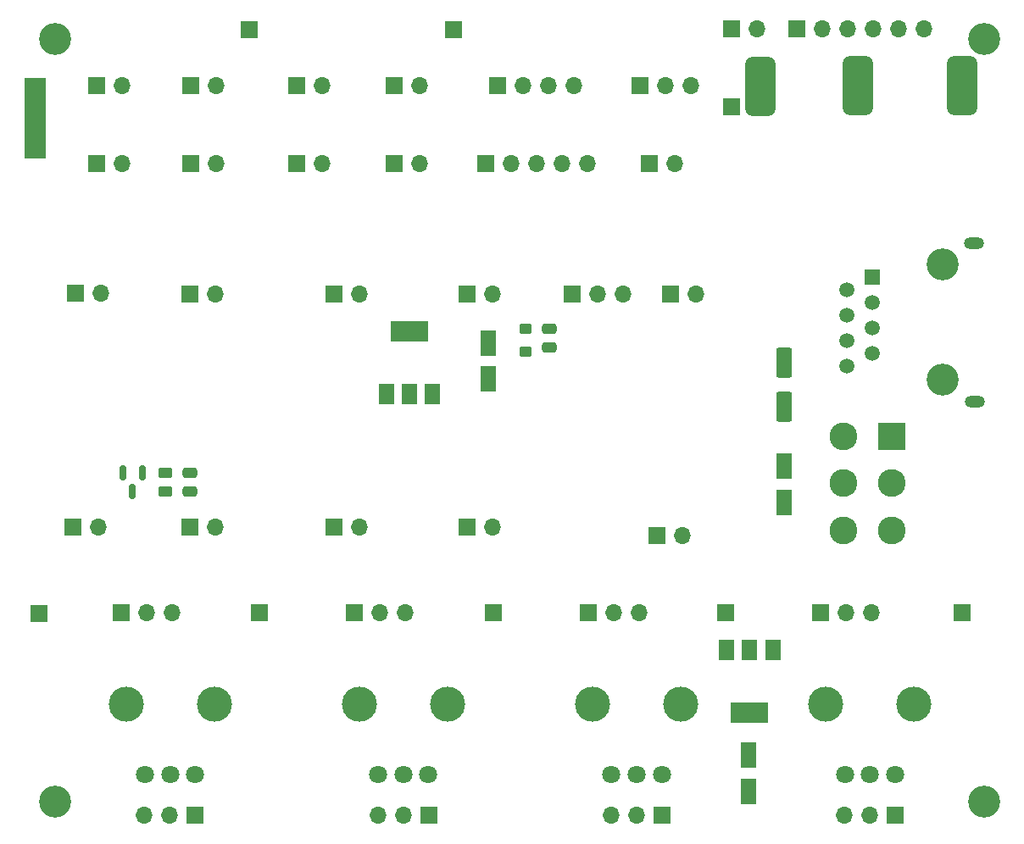
<source format=gbr>
%TF.GenerationSoftware,KiCad,Pcbnew,7.0.1*%
%TF.CreationDate,2023-03-30T14:31:40+01:00*%
%TF.ProjectId,DevBoard,44657642-6f61-4726-942e-6b696361645f,rev?*%
%TF.SameCoordinates,Original*%
%TF.FileFunction,Soldermask,Bot*%
%TF.FilePolarity,Negative*%
%FSLAX46Y46*%
G04 Gerber Fmt 4.6, Leading zero omitted, Abs format (unit mm)*
G04 Created by KiCad (PCBNEW 7.0.1) date 2023-03-30 14:31:40*
%MOMM*%
%LPD*%
G01*
G04 APERTURE LIST*
G04 Aperture macros list*
%AMRoundRect*
0 Rectangle with rounded corners*
0 $1 Rounding radius*
0 $2 $3 $4 $5 $6 $7 $8 $9 X,Y pos of 4 corners*
0 Add a 4 corners polygon primitive as box body*
4,1,4,$2,$3,$4,$5,$6,$7,$8,$9,$2,$3,0*
0 Add four circle primitives for the rounded corners*
1,1,$1+$1,$2,$3*
1,1,$1+$1,$4,$5*
1,1,$1+$1,$6,$7*
1,1,$1+$1,$8,$9*
0 Add four rect primitives between the rounded corners*
20,1,$1+$1,$2,$3,$4,$5,0*
20,1,$1+$1,$4,$5,$6,$7,0*
20,1,$1+$1,$6,$7,$8,$9,0*
20,1,$1+$1,$8,$9,$2,$3,0*%
G04 Aperture macros list end*
%ADD10C,0.100000*%
%ADD11C,3.200000*%
%ADD12R,1.700000X1.700000*%
%ADD13O,1.700000X1.700000*%
%ADD14RoundRect,0.750000X-0.750000X-2.250000X0.750000X-2.250000X0.750000X2.250000X-0.750000X2.250000X0*%
%ADD15R,2.775000X2.775000*%
%ADD16C,2.775000*%
%ADD17C,3.500000*%
%ADD18C,1.800000*%
%ADD19RoundRect,0.250000X0.550000X-1.250000X0.550000X1.250000X-0.550000X1.250000X-0.550000X-1.250000X0*%
%ADD20RoundRect,0.250000X0.550000X-1.050000X0.550000X1.050000X-0.550000X1.050000X-0.550000X-1.050000X0*%
%ADD21RoundRect,0.250000X-0.550000X1.050000X-0.550000X-1.050000X0.550000X-1.050000X0.550000X1.050000X0*%
%ADD22RoundRect,0.250000X-0.475000X0.250000X-0.475000X-0.250000X0.475000X-0.250000X0.475000X0.250000X0*%
%ADD23RoundRect,0.150000X-0.150000X0.587500X-0.150000X-0.587500X0.150000X-0.587500X0.150000X0.587500X0*%
%ADD24R,1.500000X2.000000*%
%ADD25R,3.800000X2.000000*%
%ADD26RoundRect,0.250000X0.350000X-0.275000X0.350000X0.275000X-0.350000X0.275000X-0.350000X-0.275000X0*%
%ADD27O,2.000000X1.200000*%
%ADD28R,1.500000X1.500000*%
%ADD29C,1.500000*%
%ADD30RoundRect,0.250000X0.475000X-0.250000X0.475000X0.250000X-0.475000X0.250000X-0.475000X-0.250000X0*%
%ADD31RoundRect,0.250000X-0.450000X0.262500X-0.450000X-0.262500X0.450000X-0.262500X0.450000X0.262500X0*%
G04 APERTURE END LIST*
%TO.C,FID1*%
D10*
X52600000Y-82100000D02*
X50600000Y-82100000D01*
X50600000Y-74100000D01*
X52600000Y-74100000D01*
X52600000Y-82100000D01*
G36*
X52600000Y-82100000D02*
G01*
X50600000Y-82100000D01*
X50600000Y-74100000D01*
X52600000Y-74100000D01*
X52600000Y-82100000D01*
G37*
%TD*%
D11*
%TO.C,H1*%
X53600000Y-70200000D03*
%TD*%
%TO.C,H3*%
X53600000Y-146400000D03*
%TD*%
D12*
%TO.C,J41*%
X52000000Y-127600000D03*
%TD*%
%TO.C,J49*%
X67200000Y-82700000D03*
D13*
X69740000Y-82700000D03*
%TD*%
D11*
%TO.C,H4*%
X146400000Y-146400000D03*
%TD*%
D12*
%TO.C,J3*%
X87500000Y-74900000D03*
D13*
X90040000Y-74900000D03*
%TD*%
D14*
%TO.C,U7*%
X124100000Y-74975000D03*
X133800000Y-74875000D03*
X144200000Y-74875000D03*
%TD*%
D12*
%TO.C,J21*%
X113700000Y-119860000D03*
D13*
X116240000Y-119860000D03*
%TD*%
D12*
%TO.C,J47*%
X144200000Y-127550000D03*
%TD*%
%TO.C,J17*%
X137560000Y-147799665D03*
D13*
X135020000Y-147799665D03*
X132480000Y-147799665D03*
%TD*%
D12*
%TO.C,J15*%
X114260000Y-147799665D03*
D13*
X111720000Y-147799665D03*
X109180000Y-147799665D03*
%TD*%
D12*
%TO.C,J4*%
X94792500Y-95700000D03*
D13*
X97332500Y-95700000D03*
%TD*%
D12*
%TO.C,J26*%
X112000000Y-74900000D03*
D13*
X114540000Y-74900000D03*
X117080000Y-74900000D03*
%TD*%
%TO.C,J25*%
X106760000Y-82700000D03*
X104220000Y-82700000D03*
X101680000Y-82700000D03*
X99140000Y-82700000D03*
D12*
X96600000Y-82700000D03*
%TD*%
D15*
%TO.C,SW2*%
X137215000Y-109900000D03*
D16*
X137215000Y-114600000D03*
X137215000Y-119300000D03*
X132385000Y-109900000D03*
X132385000Y-114600000D03*
X132385000Y-119300000D03*
%TD*%
D12*
%TO.C,J2*%
X81492500Y-95700000D03*
D13*
X84032500Y-95700000D03*
%TD*%
D17*
%TO.C,RV3*%
X107300000Y-136700000D03*
X116100000Y-136700000D03*
D18*
X114200000Y-143700000D03*
X111700000Y-143700000D03*
X109200000Y-143700000D03*
%TD*%
D12*
%TO.C,J50*%
X55667500Y-95600000D03*
D13*
X58207500Y-95600000D03*
%TD*%
D17*
%TO.C,RV2*%
X84000000Y-136700000D03*
X92800000Y-136700000D03*
D18*
X90900000Y-143700000D03*
X88400000Y-143700000D03*
X85900000Y-143700000D03*
%TD*%
D12*
%TO.C,J10*%
X67625000Y-147750000D03*
D13*
X65085000Y-147750000D03*
X62545000Y-147750000D03*
%TD*%
D12*
%TO.C,J18*%
X105255000Y-95735000D03*
D13*
X107795000Y-95735000D03*
X110335000Y-95735000D03*
%TD*%
D12*
%TO.C,J12*%
X83530000Y-127550000D03*
D13*
X86070000Y-127550000D03*
X88610000Y-127550000D03*
%TD*%
D12*
%TO.C,J8*%
X87500000Y-82700000D03*
D13*
X90040000Y-82700000D03*
%TD*%
D12*
%TO.C,J14*%
X106865000Y-127550000D03*
D13*
X109405000Y-127550000D03*
X111945000Y-127550000D03*
%TD*%
D12*
%TO.C,J19*%
X115100000Y-95700000D03*
D13*
X117640000Y-95700000D03*
%TD*%
D12*
%TO.C,J39*%
X93400000Y-69300000D03*
%TD*%
%TO.C,J20*%
X113000000Y-82700000D03*
D13*
X115540000Y-82700000D03*
%TD*%
D17*
%TO.C,RV4*%
X130600000Y-136700000D03*
X139400000Y-136700000D03*
D18*
X137500000Y-143700000D03*
X135000000Y-143700000D03*
X132500000Y-143700000D03*
%TD*%
D12*
%TO.C,J35*%
X127700000Y-69200000D03*
D13*
X130240000Y-69200000D03*
X132780000Y-69200000D03*
X135320000Y-69200000D03*
X137860000Y-69200000D03*
X140400000Y-69200000D03*
%TD*%
D12*
%TO.C,J33*%
X67100000Y-119000000D03*
D13*
X69640000Y-119000000D03*
%TD*%
D11*
%TO.C,H2*%
X146400000Y-70200000D03*
%TD*%
D12*
%TO.C,J32*%
X67092500Y-95700000D03*
D13*
X69632500Y-95700000D03*
%TD*%
D12*
%TO.C,J52*%
X97800000Y-74900000D03*
D13*
X100340000Y-74900000D03*
X102880000Y-74900000D03*
X105420000Y-74900000D03*
%TD*%
D12*
%TO.C,J51*%
X67200000Y-74900000D03*
D13*
X69740000Y-74900000D03*
%TD*%
D12*
%TO.C,J45*%
X97400000Y-127550000D03*
%TD*%
%TO.C,J46*%
X120600000Y-127550000D03*
%TD*%
%TO.C,J30*%
X57800000Y-82700000D03*
D13*
X60340000Y-82700000D03*
%TD*%
D12*
%TO.C,J6*%
X77775000Y-82700000D03*
D13*
X80315000Y-82700000D03*
%TD*%
D12*
%TO.C,J40*%
X121200000Y-69200000D03*
D13*
X123740000Y-69200000D03*
%TD*%
D12*
%TO.C,J1*%
X77750000Y-74900000D03*
D13*
X80290000Y-74900000D03*
%TD*%
D12*
%TO.C,J23*%
X73000000Y-69300000D03*
%TD*%
%TO.C,J7*%
X94800000Y-119000000D03*
D13*
X97340000Y-119000000D03*
%TD*%
D12*
%TO.C,J44*%
X74000000Y-127550000D03*
%TD*%
D17*
%TO.C,RV1*%
X60700000Y-136700000D03*
X69500000Y-136700000D03*
D18*
X67600000Y-143700000D03*
X65100000Y-143700000D03*
X62600000Y-143700000D03*
%TD*%
D12*
%TO.C,J16*%
X130100000Y-127550000D03*
D13*
X132640000Y-127550000D03*
X135180000Y-127550000D03*
%TD*%
D12*
%TO.C,J31*%
X57800000Y-74900000D03*
D13*
X60340000Y-74900000D03*
%TD*%
D12*
%TO.C,J5*%
X81500000Y-119000000D03*
D13*
X84040000Y-119000000D03*
%TD*%
D12*
%TO.C,J9*%
X60230000Y-127550000D03*
D13*
X62770000Y-127550000D03*
X65310000Y-127550000D03*
%TD*%
D12*
%TO.C,J48*%
X55400000Y-119000000D03*
D13*
X57940000Y-119000000D03*
%TD*%
D12*
%TO.C,J13*%
X90925000Y-147800000D03*
D13*
X88385000Y-147800000D03*
X85845000Y-147800000D03*
%TD*%
D12*
%TO.C,J22*%
X121200000Y-77000000D03*
%TD*%
D19*
%TO.C,C30*%
X126400000Y-107000000D03*
X126400000Y-102600000D03*
%TD*%
D20*
%TO.C,C31*%
X126400000Y-116500000D03*
X126400000Y-112900000D03*
%TD*%
D21*
%TO.C,C11*%
X96900000Y-100600000D03*
X96900000Y-104200000D03*
%TD*%
D22*
%TO.C,C13*%
X103000000Y-99150000D03*
X103000000Y-101050000D03*
%TD*%
D23*
%TO.C,U5*%
X60400000Y-113562500D03*
X62300000Y-113562500D03*
X61350000Y-115437500D03*
%TD*%
D21*
%TO.C,C12*%
X122900000Y-141800000D03*
X122900000Y-145400000D03*
%TD*%
D24*
%TO.C,U4*%
X120700000Y-131250000D03*
X123000000Y-131250000D03*
D25*
X123000000Y-137550000D03*
D24*
X125300000Y-131250000D03*
%TD*%
D26*
%TO.C,L1*%
X100600000Y-101450000D03*
X100600000Y-99150000D03*
%TD*%
D27*
%TO.C,J11*%
X145400000Y-90600000D03*
D11*
X142250000Y-92780000D03*
X142250000Y-104250000D03*
D27*
X145450000Y-106500000D03*
D28*
X135250000Y-94050000D03*
D29*
X132710000Y-95320000D03*
X135250000Y-96590000D03*
X132710000Y-97860000D03*
X135250000Y-99130000D03*
X132710000Y-100400000D03*
X135250000Y-101670000D03*
X132710000Y-102940000D03*
%TD*%
D30*
%TO.C,C14*%
X67100000Y-115450000D03*
X67100000Y-113550000D03*
%TD*%
D31*
%TO.C,R29*%
X64600000Y-113587500D03*
X64600000Y-115412500D03*
%TD*%
D24*
%TO.C,U3*%
X91300000Y-105700000D03*
X89000000Y-105700000D03*
D25*
X89000000Y-99400000D03*
D24*
X86700000Y-105700000D03*
%TD*%
M02*

</source>
